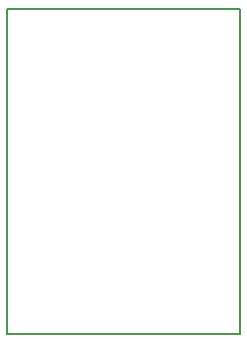
<source format=gbr>
%TF.GenerationSoftware,KiCad,Pcbnew,(6.0.0)*%
%TF.CreationDate,2022-02-13T23:40:39+01:00*%
%TF.ProjectId,LoraTrigger,4c6f7261-5472-4696-9767-65722e6b6963,rev?*%
%TF.SameCoordinates,Original*%
%TF.FileFunction,Profile,NP*%
%FSLAX46Y46*%
G04 Gerber Fmt 4.6, Leading zero omitted, Abs format (unit mm)*
G04 Created by KiCad (PCBNEW (6.0.0)) date 2022-02-13 23:40:39*
%MOMM*%
%LPD*%
G01*
G04 APERTURE LIST*
%TA.AperFunction,Profile*%
%ADD10C,0.150000*%
%TD*%
G04 APERTURE END LIST*
D10*
X98600000Y-55100000D02*
X118350000Y-55100000D01*
X118350000Y-82600000D02*
X98600000Y-82600000D01*
X98600000Y-82600000D02*
X98600000Y-55100000D01*
X118350000Y-55100000D02*
X118350000Y-82600000D01*
M02*

</source>
